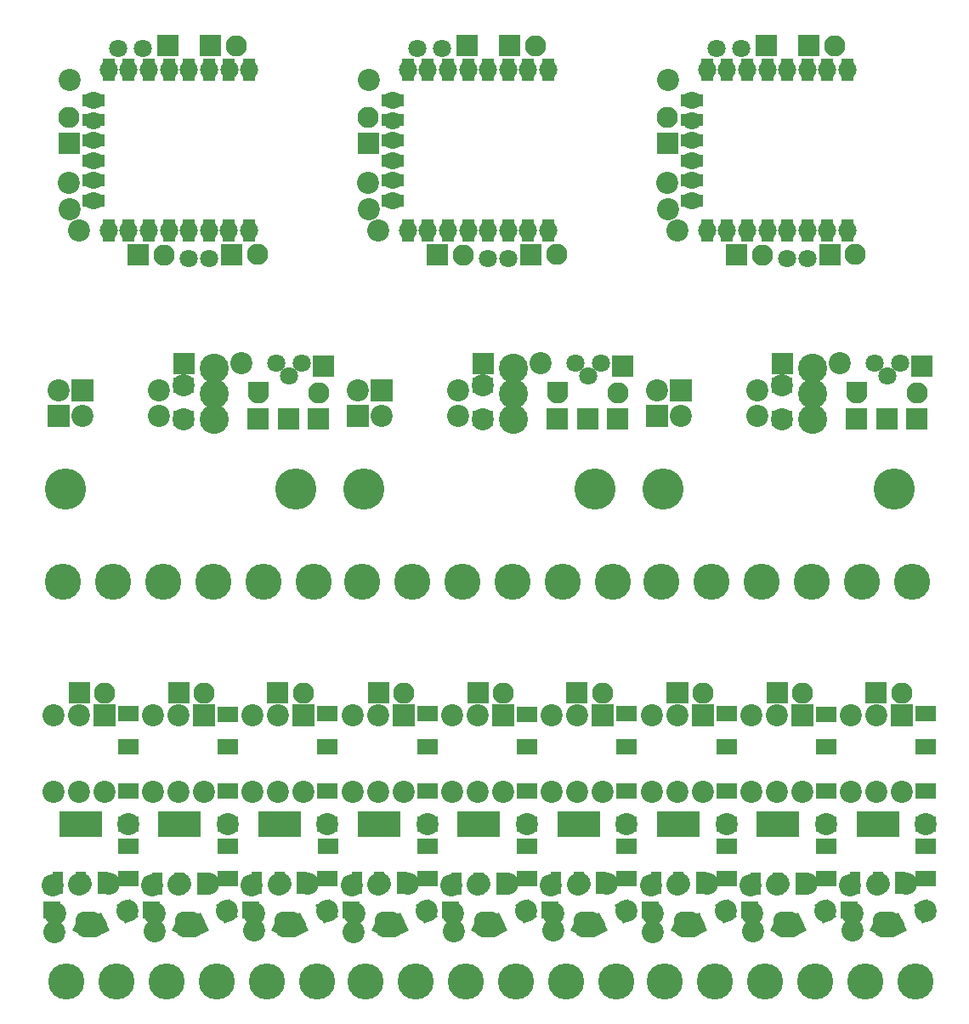
<source format=gbr>
%FSLAX34Y34*%
%MOMM*%
%LNSOLDERMASK_TOP*%
G71*
G01*
%ADD10R, 1.250X2.200*%
%ADD11R, 2.200X1.200*%
%ADD12C, 2.200*%
%ADD13C, 1.800*%
%ADD14C, 2.120*%
%ADD15C, 4.100*%
%ADD16C, 2.200*%
%ADD17C, 3.600*%
%ADD18R, 2.000X1.500*%
%ADD19C, 2.900*%
%ADD20C, 1.800*%
%ADD21R, 1.100X2.200*%
%ADD22R, 4.300X2.600*%
%ADD23C, 2.200*%
%ADD24R, 1.700X1.800*%
%ADD25R, 1.800X1.800*%
%ADD26C, 2.200*%
%ADD27C, 1.600*%
%LPD*%
X210700Y957600D02*
G54D10*
D03*
X190700Y957600D02*
G54D10*
D03*
X170700Y957600D02*
G54D10*
D03*
X150700Y957600D02*
G54D10*
D03*
X130700Y957600D02*
G54D10*
D03*
X110700Y957600D02*
G54D10*
D03*
X90700Y957600D02*
G54D10*
D03*
X70700Y957600D02*
G54D10*
D03*
X210700Y797600D02*
G54D10*
D03*
X190700Y797600D02*
G54D10*
D03*
X170700Y797600D02*
G54D10*
D03*
X150700Y797600D02*
G54D10*
D03*
X130700Y797600D02*
G54D10*
D03*
X110700Y797600D02*
G54D10*
D03*
X90700Y797600D02*
G54D10*
D03*
X70700Y797600D02*
G54D10*
D03*
X55700Y927600D02*
G54D11*
D03*
X55700Y907600D02*
G54D11*
D03*
X55700Y887600D02*
G54D11*
D03*
X55700Y867600D02*
G54D11*
D03*
X55700Y847600D02*
G54D11*
D03*
X55700Y827600D02*
G54D11*
D03*
X32022Y947422D02*
G54D12*
D03*
X31932Y819178D02*
G54D12*
D03*
X210739Y957395D02*
G54D13*
D03*
X190739Y957395D02*
G54D13*
D03*
X170739Y957395D02*
G54D13*
D03*
X150739Y957395D02*
G54D13*
D03*
X130739Y957395D02*
G54D13*
D03*
X110739Y957395D02*
G54D13*
D03*
X90739Y957395D02*
G54D13*
D03*
X70739Y957395D02*
G54D13*
D03*
X55739Y927395D02*
G54D13*
D03*
X55739Y907395D02*
G54D13*
D03*
X55739Y887395D02*
G54D13*
D03*
X55739Y867395D02*
G54D13*
D03*
X55739Y847395D02*
G54D13*
D03*
X55739Y827395D02*
G54D13*
D03*
X70700Y797600D02*
G54D13*
D03*
X90700Y797600D02*
G54D13*
D03*
X110700Y797600D02*
G54D13*
D03*
X130700Y797600D02*
G54D13*
D03*
X150700Y797600D02*
G54D13*
D03*
X170700Y797600D02*
G54D13*
D03*
X190700Y797600D02*
G54D13*
D03*
X210700Y797600D02*
G54D13*
D03*
X41100Y797700D02*
G54D12*
D03*
X31222Y844978D02*
G54D12*
D03*
G36*
X140616Y971095D02*
X119416Y971095D01*
X119416Y992295D01*
X140616Y992295D01*
X140616Y971095D01*
G37*
G36*
X20722Y874009D02*
X20722Y895209D01*
X41922Y895209D01*
X41922Y874009D01*
X20722Y874009D01*
G37*
X31322Y910009D02*
G54D14*
D03*
G36*
X161700Y992500D02*
X182900Y992500D01*
X182900Y971300D01*
X161700Y971300D01*
X161700Y992500D01*
G37*
X197700Y981900D02*
G54D14*
D03*
G36*
X89900Y784200D02*
X111100Y784200D01*
X111100Y763000D01*
X89900Y763000D01*
X89900Y784200D01*
G37*
X125900Y773600D02*
G54D14*
D03*
X104639Y979195D02*
G54D13*
D03*
X80639Y979195D02*
G54D13*
D03*
X150800Y770100D02*
G54D13*
D03*
X170800Y770100D02*
G54D13*
D03*
G36*
X182700Y784500D02*
X203900Y784500D01*
X203900Y763300D01*
X182700Y763300D01*
X182700Y784500D01*
G37*
X218700Y773900D02*
G54D14*
D03*
X27320Y540700D02*
G54D15*
D03*
X257320Y540700D02*
G54D15*
D03*
X27320Y540700D02*
G54D15*
D03*
X257320Y540700D02*
G54D15*
D03*
G36*
X33332Y649461D02*
X55332Y649461D01*
X55332Y627461D01*
X33332Y627461D01*
X33332Y649461D01*
G37*
X44332Y612961D02*
G54D16*
D03*
X120832Y638461D02*
G54D16*
D03*
X120832Y612961D02*
G54D16*
D03*
X20885Y638696D02*
G54D12*
D03*
G36*
X9885Y602296D02*
X9885Y624296D01*
X31885Y624296D01*
X31885Y602296D01*
X9885Y602296D01*
G37*
X202877Y665724D02*
G54D12*
D03*
X275380Y447700D02*
G54D17*
D03*
X225380Y447700D02*
G54D17*
D03*
X175380Y447700D02*
G54D17*
D03*
X125380Y447700D02*
G54D17*
D03*
X75400Y447700D02*
G54D17*
D03*
X25400Y447700D02*
G54D17*
D03*
X145647Y643473D02*
G54D18*
D03*
X145547Y610973D02*
G54D18*
D03*
X176001Y660403D02*
G54D19*
D03*
X176001Y635003D02*
G54D19*
D03*
X176001Y609603D02*
G54D19*
D03*
X176001Y660403D02*
G54D19*
D03*
X176001Y635003D02*
G54D19*
D03*
X176001Y609603D02*
G54D19*
D03*
X145547Y609973D02*
G54D12*
D03*
G36*
X269271Y599879D02*
X269271Y621079D01*
X290471Y621079D01*
X290471Y599879D01*
X269271Y599879D01*
G37*
X279871Y635879D02*
G54D14*
D03*
G36*
X209271Y599879D02*
X209271Y621079D01*
X230471Y621079D01*
X230471Y599879D01*
X209271Y599879D01*
G37*
X219871Y635879D02*
G54D14*
D03*
G36*
X135106Y675995D02*
X156306Y675995D01*
X156306Y654795D01*
X135106Y654795D01*
X135106Y675995D01*
G37*
X219871Y639879D02*
G54D18*
D03*
X219771Y607379D02*
G54D18*
D03*
X237600Y665550D02*
G54D20*
D03*
X250300Y652850D02*
G54D20*
D03*
X263000Y665550D02*
G54D20*
D03*
X237600Y665550D02*
G54D20*
D03*
X250300Y652850D02*
G54D20*
D03*
X263000Y665550D02*
G54D20*
D03*
X145647Y643473D02*
G54D12*
D03*
G36*
X239106Y620995D02*
X260306Y620995D01*
X260306Y599795D01*
X239106Y599795D01*
X239106Y620995D01*
G37*
G36*
X274106Y672995D02*
X295306Y672995D01*
X295306Y651795D01*
X274106Y651795D01*
X274106Y672995D01*
G37*
X278454Y50129D02*
G54D17*
D03*
X228454Y50129D02*
G54D17*
D03*
X178454Y50129D02*
G54D17*
D03*
X128454Y50129D02*
G54D17*
D03*
X20372Y148000D02*
G54D21*
D03*
X42572Y148000D02*
G54D21*
D03*
X64872Y148000D02*
G54D21*
D03*
X42572Y206800D02*
G54D22*
D03*
G36*
X14652Y129988D02*
X24349Y125465D01*
X16741Y109152D01*
X7044Y113674D01*
X14652Y129988D01*
G37*
G36*
X42203Y117140D02*
X51901Y112618D01*
X44294Y96304D01*
X34596Y100826D01*
X42203Y117140D01*
G37*
G36*
X77654Y303929D02*
X55654Y303929D01*
X55654Y325929D01*
X77654Y325929D01*
X77654Y303929D01*
G37*
X41254Y314929D02*
G54D23*
D03*
X15854Y314929D02*
G54D23*
D03*
X15854Y238729D02*
G54D23*
D03*
X41254Y238729D02*
G54D23*
D03*
X66654Y238729D02*
G54D23*
D03*
X90575Y207228D02*
G54D18*
D03*
X90675Y239729D02*
G54D18*
D03*
X90735Y184972D02*
G54D18*
D03*
X90635Y152472D02*
G54D18*
D03*
G36*
X49340Y112474D02*
X62934Y118813D01*
X71387Y100687D01*
X57792Y94348D01*
X49340Y112474D01*
G37*
G36*
X78837Y126118D02*
X92432Y132458D01*
X100884Y114331D01*
X87290Y107992D01*
X78837Y126118D01*
G37*
X14433Y121588D02*
G54D24*
D03*
X41685Y146764D02*
G54D12*
D03*
X15099Y146240D02*
G54D12*
D03*
X17196Y118170D02*
G54D12*
D03*
X89963Y120225D02*
G54D12*
D03*
X14999Y146240D02*
G54D25*
D03*
G54D26*
X43168Y147782D02*
X43362Y147954D01*
X70685Y147764D02*
G54D12*
D03*
X90229Y316557D02*
G54D18*
D03*
X90129Y284057D02*
G54D18*
D03*
X90575Y207228D02*
G54D12*
D03*
X78454Y50129D02*
G54D17*
D03*
X28454Y50129D02*
G54D17*
D03*
G54D27*
X46254Y102429D02*
X56211Y102429D01*
X60363Y106580D01*
X50902Y106580D01*
X45754Y111729D01*
X55215Y111729D01*
X60363Y106580D01*
X119397Y147872D02*
G54D21*
D03*
X141597Y147872D02*
G54D21*
D03*
X163897Y147872D02*
G54D21*
D03*
X141597Y206672D02*
G54D22*
D03*
G36*
X113677Y129861D02*
X123374Y125339D01*
X115766Y109025D01*
X106069Y113548D01*
X113677Y129861D01*
G37*
G36*
X141228Y117013D02*
X150926Y112491D01*
X143319Y96177D01*
X133621Y100699D01*
X141228Y117013D01*
G37*
G36*
X176679Y303800D02*
X154679Y303800D01*
X154679Y325800D01*
X176679Y325800D01*
X176679Y303800D01*
G37*
X140279Y314800D02*
G54D23*
D03*
X114879Y314800D02*
G54D23*
D03*
X114879Y238600D02*
G54D23*
D03*
X140279Y238600D02*
G54D23*
D03*
X165679Y238600D02*
G54D23*
D03*
X189600Y207100D02*
G54D18*
D03*
X189700Y239600D02*
G54D18*
D03*
X189760Y184844D02*
G54D18*
D03*
X189660Y152344D02*
G54D18*
D03*
G36*
X148364Y112345D02*
X161959Y118685D01*
X170411Y100558D01*
X156817Y94219D01*
X148364Y112345D01*
G37*
G36*
X177862Y125990D02*
X191456Y132329D01*
X199908Y114203D01*
X186314Y107863D01*
X177862Y125990D01*
G37*
X113458Y121459D02*
G54D24*
D03*
X140710Y146636D02*
G54D12*
D03*
X114124Y146111D02*
G54D12*
D03*
X116222Y118042D02*
G54D12*
D03*
X188988Y120096D02*
G54D12*
D03*
X114024Y146111D02*
G54D25*
D03*
G54D26*
X142193Y147653D02*
X142387Y147826D01*
X169710Y147636D02*
G54D12*
D03*
X189254Y316429D02*
G54D18*
D03*
X189154Y283929D02*
G54D18*
D03*
X189600Y207100D02*
G54D12*
D03*
G54D27*
X145279Y102300D02*
X155236Y102300D01*
X159388Y106452D01*
X149927Y106452D01*
X144779Y111600D01*
X154240Y111600D01*
X159388Y106452D01*
X218597Y147972D02*
G54D21*
D03*
X240797Y147972D02*
G54D21*
D03*
X263097Y147972D02*
G54D21*
D03*
X240797Y206772D02*
G54D22*
D03*
G36*
X212877Y129959D02*
X222574Y125437D01*
X214966Y109124D01*
X205269Y113646D01*
X212877Y129959D01*
G37*
G36*
X240428Y117112D02*
X250125Y112590D01*
X242519Y96276D01*
X232821Y100798D01*
X240428Y117112D01*
G37*
G36*
X275879Y303900D02*
X253879Y303900D01*
X253879Y325900D01*
X275879Y325900D01*
X275879Y303900D01*
G37*
X239479Y314900D02*
G54D23*
D03*
X214079Y314900D02*
G54D23*
D03*
X214079Y238700D02*
G54D23*
D03*
X239479Y238700D02*
G54D23*
D03*
X264879Y238700D02*
G54D23*
D03*
X288800Y207200D02*
G54D18*
D03*
X288900Y239700D02*
G54D18*
D03*
X288960Y184944D02*
G54D18*
D03*
X288860Y152444D02*
G54D18*
D03*
G36*
X247564Y112445D02*
X261159Y118784D01*
X269611Y100658D01*
X256017Y94319D01*
X247564Y112445D01*
G37*
G36*
X277062Y126090D02*
X290656Y132429D01*
X299108Y114303D01*
X285514Y107963D01*
X277062Y126090D01*
G37*
X212658Y121559D02*
G54D24*
D03*
X239910Y146736D02*
G54D12*
D03*
X213324Y146211D02*
G54D12*
D03*
X215422Y118142D02*
G54D12*
D03*
X288188Y120196D02*
G54D12*
D03*
X213224Y146211D02*
G54D25*
D03*
G54D26*
X241393Y147753D02*
X241587Y147926D01*
X268910Y147736D02*
G54D12*
D03*
X288454Y316529D02*
G54D18*
D03*
X288354Y284029D02*
G54D18*
D03*
X288800Y207200D02*
G54D12*
D03*
G54D27*
X244479Y102400D02*
X254436Y102400D01*
X258588Y106552D01*
X249127Y106552D01*
X243979Y111700D01*
X253440Y111700D01*
X258588Y106552D01*
X16675Y99507D02*
G54D12*
D03*
X116975Y100207D02*
G54D12*
D03*
X215775Y100607D02*
G54D12*
D03*
G36*
X30754Y347929D02*
X51954Y347929D01*
X51954Y326729D01*
X30754Y326729D01*
X30754Y347929D01*
G37*
X66754Y337329D02*
G54D14*
D03*
G36*
X129854Y347929D02*
X151054Y347929D01*
X151054Y326729D01*
X129854Y326729D01*
X129854Y347929D01*
G37*
X165854Y337329D02*
G54D14*
D03*
G36*
X228754Y347929D02*
X249954Y347929D01*
X249954Y326729D01*
X228754Y326729D01*
X228754Y347929D01*
G37*
X264754Y337329D02*
G54D14*
D03*
X508700Y957600D02*
G54D10*
D03*
X488700Y957600D02*
G54D10*
D03*
X468700Y957600D02*
G54D10*
D03*
X448700Y957600D02*
G54D10*
D03*
X428700Y957600D02*
G54D10*
D03*
X408700Y957600D02*
G54D10*
D03*
X388700Y957600D02*
G54D10*
D03*
X368700Y957600D02*
G54D10*
D03*
X508700Y797600D02*
G54D10*
D03*
X488700Y797600D02*
G54D10*
D03*
X468700Y797600D02*
G54D10*
D03*
X448700Y797600D02*
G54D10*
D03*
X428700Y797600D02*
G54D10*
D03*
X408700Y797600D02*
G54D10*
D03*
X388700Y797600D02*
G54D10*
D03*
X368700Y797600D02*
G54D10*
D03*
X353700Y927600D02*
G54D11*
D03*
X353700Y907600D02*
G54D11*
D03*
X353700Y887600D02*
G54D11*
D03*
X353700Y867600D02*
G54D11*
D03*
X353700Y847600D02*
G54D11*
D03*
X353700Y827600D02*
G54D11*
D03*
X330022Y947422D02*
G54D12*
D03*
X329932Y819178D02*
G54D12*
D03*
X508739Y957395D02*
G54D13*
D03*
X488739Y957395D02*
G54D13*
D03*
X468739Y957395D02*
G54D13*
D03*
X448739Y957395D02*
G54D13*
D03*
X428739Y957395D02*
G54D13*
D03*
X408739Y957395D02*
G54D13*
D03*
X388739Y957395D02*
G54D13*
D03*
X368739Y957395D02*
G54D13*
D03*
X353739Y927395D02*
G54D13*
D03*
X353739Y907395D02*
G54D13*
D03*
X353739Y887395D02*
G54D13*
D03*
X353739Y867395D02*
G54D13*
D03*
X353739Y847395D02*
G54D13*
D03*
X353739Y827395D02*
G54D13*
D03*
X368700Y797600D02*
G54D13*
D03*
X388700Y797600D02*
G54D13*
D03*
X408700Y797600D02*
G54D13*
D03*
X428700Y797600D02*
G54D13*
D03*
X448700Y797600D02*
G54D13*
D03*
X468700Y797600D02*
G54D13*
D03*
X488700Y797600D02*
G54D13*
D03*
X508700Y797600D02*
G54D13*
D03*
X339100Y797700D02*
G54D12*
D03*
X329222Y844978D02*
G54D12*
D03*
G36*
X438616Y971095D02*
X417416Y971095D01*
X417416Y992295D01*
X438616Y992295D01*
X438616Y971095D01*
G37*
G36*
X318722Y874009D02*
X318722Y895209D01*
X339922Y895209D01*
X339922Y874009D01*
X318722Y874009D01*
G37*
X329322Y910009D02*
G54D14*
D03*
G36*
X459700Y992500D02*
X480900Y992500D01*
X480900Y971300D01*
X459700Y971300D01*
X459700Y992500D01*
G37*
X495700Y981900D02*
G54D14*
D03*
G36*
X387900Y784200D02*
X409100Y784200D01*
X409100Y763000D01*
X387900Y763000D01*
X387900Y784200D01*
G37*
X423900Y773600D02*
G54D14*
D03*
X402639Y979195D02*
G54D13*
D03*
X378639Y979195D02*
G54D13*
D03*
X448800Y770100D02*
G54D13*
D03*
X468800Y770100D02*
G54D13*
D03*
G36*
X480700Y784500D02*
X501900Y784500D01*
X501900Y763300D01*
X480700Y763300D01*
X480700Y784500D01*
G37*
X516700Y773900D02*
G54D14*
D03*
X325320Y540700D02*
G54D15*
D03*
X555320Y540700D02*
G54D15*
D03*
X325320Y540700D02*
G54D15*
D03*
X555320Y540700D02*
G54D15*
D03*
G36*
X331332Y649461D02*
X353332Y649461D01*
X353332Y627461D01*
X331332Y627461D01*
X331332Y649461D01*
G37*
X342332Y612961D02*
G54D16*
D03*
X418832Y638461D02*
G54D16*
D03*
X418832Y612961D02*
G54D16*
D03*
X318885Y638696D02*
G54D12*
D03*
G36*
X307885Y602296D02*
X307885Y624296D01*
X329885Y624296D01*
X329885Y602296D01*
X307885Y602296D01*
G37*
X500877Y665724D02*
G54D12*
D03*
X573380Y447700D02*
G54D17*
D03*
X523380Y447700D02*
G54D17*
D03*
X473380Y447700D02*
G54D17*
D03*
X423380Y447700D02*
G54D17*
D03*
X373400Y447700D02*
G54D17*
D03*
X323400Y447700D02*
G54D17*
D03*
X443647Y643473D02*
G54D18*
D03*
X443547Y610973D02*
G54D18*
D03*
X474001Y660403D02*
G54D19*
D03*
X474001Y635003D02*
G54D19*
D03*
X474001Y609603D02*
G54D19*
D03*
X474001Y660403D02*
G54D19*
D03*
X474001Y635003D02*
G54D19*
D03*
X474001Y609603D02*
G54D19*
D03*
X443547Y609973D02*
G54D12*
D03*
G36*
X567271Y599879D02*
X567271Y621079D01*
X588471Y621079D01*
X588471Y599879D01*
X567271Y599879D01*
G37*
X577871Y635879D02*
G54D14*
D03*
G36*
X507271Y599879D02*
X507271Y621079D01*
X528471Y621079D01*
X528471Y599879D01*
X507271Y599879D01*
G37*
X517871Y635879D02*
G54D14*
D03*
G36*
X433106Y675995D02*
X454306Y675995D01*
X454306Y654795D01*
X433106Y654795D01*
X433106Y675995D01*
G37*
X517871Y639879D02*
G54D18*
D03*
X517771Y607379D02*
G54D18*
D03*
X535600Y665550D02*
G54D20*
D03*
X548300Y652850D02*
G54D20*
D03*
X561000Y665550D02*
G54D20*
D03*
X535600Y665550D02*
G54D20*
D03*
X548300Y652850D02*
G54D20*
D03*
X561000Y665550D02*
G54D20*
D03*
X443647Y643473D02*
G54D12*
D03*
G36*
X537106Y620995D02*
X558306Y620995D01*
X558306Y599795D01*
X537106Y599795D01*
X537106Y620995D01*
G37*
G36*
X572106Y672995D02*
X593306Y672995D01*
X593306Y651795D01*
X572106Y651795D01*
X572106Y672995D01*
G37*
X576454Y50129D02*
G54D17*
D03*
X526454Y50129D02*
G54D17*
D03*
X476454Y50129D02*
G54D17*
D03*
X426454Y50129D02*
G54D17*
D03*
X318372Y148000D02*
G54D21*
D03*
X340572Y148000D02*
G54D21*
D03*
X362872Y148000D02*
G54D21*
D03*
X340572Y206800D02*
G54D22*
D03*
G36*
X312652Y129988D02*
X322349Y125465D01*
X314741Y109152D01*
X305044Y113674D01*
X312652Y129988D01*
G37*
G36*
X340203Y117140D02*
X349901Y112618D01*
X342294Y96304D01*
X332596Y100826D01*
X340203Y117140D01*
G37*
G36*
X375654Y303929D02*
X353654Y303929D01*
X353654Y325929D01*
X375654Y325929D01*
X375654Y303929D01*
G37*
X339254Y314929D02*
G54D23*
D03*
X313854Y314929D02*
G54D23*
D03*
X313854Y238729D02*
G54D23*
D03*
X339254Y238729D02*
G54D23*
D03*
X364654Y238729D02*
G54D23*
D03*
X388575Y207228D02*
G54D18*
D03*
X388675Y239729D02*
G54D18*
D03*
X388735Y184972D02*
G54D18*
D03*
X388635Y152472D02*
G54D18*
D03*
G36*
X347340Y112474D02*
X360934Y118813D01*
X369387Y100687D01*
X355792Y94348D01*
X347340Y112474D01*
G37*
G36*
X376837Y126118D02*
X390432Y132458D01*
X398884Y114331D01*
X385290Y107992D01*
X376837Y126118D01*
G37*
X312433Y121588D02*
G54D24*
D03*
X339685Y146764D02*
G54D12*
D03*
X313099Y146240D02*
G54D12*
D03*
X315196Y118170D02*
G54D12*
D03*
X387963Y120225D02*
G54D12*
D03*
X312999Y146240D02*
G54D25*
D03*
G54D26*
X341168Y147782D02*
X341362Y147954D01*
X368685Y147764D02*
G54D12*
D03*
X388229Y316557D02*
G54D18*
D03*
X388129Y284057D02*
G54D18*
D03*
X388575Y207228D02*
G54D12*
D03*
X376454Y50129D02*
G54D17*
D03*
X326454Y50129D02*
G54D17*
D03*
G54D27*
X344254Y102429D02*
X354211Y102429D01*
X358363Y106580D01*
X348902Y106580D01*
X343754Y111729D01*
X353215Y111729D01*
X358363Y106580D01*
X417397Y147872D02*
G54D21*
D03*
X439597Y147872D02*
G54D21*
D03*
X461897Y147872D02*
G54D21*
D03*
X439597Y206672D02*
G54D22*
D03*
G36*
X411677Y129861D02*
X421374Y125339D01*
X413766Y109025D01*
X404069Y113548D01*
X411677Y129861D01*
G37*
G36*
X439228Y117013D02*
X448926Y112491D01*
X441319Y96177D01*
X431621Y100699D01*
X439228Y117013D01*
G37*
G36*
X474679Y303800D02*
X452679Y303800D01*
X452679Y325800D01*
X474679Y325800D01*
X474679Y303800D01*
G37*
X438279Y314800D02*
G54D23*
D03*
X412879Y314800D02*
G54D23*
D03*
X412879Y238600D02*
G54D23*
D03*
X438279Y238600D02*
G54D23*
D03*
X463679Y238600D02*
G54D23*
D03*
X487600Y207100D02*
G54D18*
D03*
X487700Y239600D02*
G54D18*
D03*
X487760Y184844D02*
G54D18*
D03*
X487660Y152344D02*
G54D18*
D03*
G36*
X446364Y112345D02*
X459959Y118685D01*
X468411Y100558D01*
X454817Y94219D01*
X446364Y112345D01*
G37*
G36*
X475862Y125990D02*
X489456Y132329D01*
X497909Y114203D01*
X484314Y107863D01*
X475862Y125990D01*
G37*
X411458Y121459D02*
G54D24*
D03*
X438710Y146636D02*
G54D12*
D03*
X412124Y146111D02*
G54D12*
D03*
X414222Y118042D02*
G54D12*
D03*
X486988Y120096D02*
G54D12*
D03*
X412024Y146111D02*
G54D25*
D03*
G54D26*
X440193Y147653D02*
X440387Y147826D01*
X467710Y147636D02*
G54D12*
D03*
X487254Y316429D02*
G54D18*
D03*
X487154Y283929D02*
G54D18*
D03*
X487600Y207100D02*
G54D12*
D03*
G54D27*
X443279Y102300D02*
X453236Y102300D01*
X457388Y106452D01*
X447927Y106452D01*
X442779Y111600D01*
X452240Y111600D01*
X457388Y106452D01*
X516597Y147972D02*
G54D21*
D03*
X538797Y147972D02*
G54D21*
D03*
X561097Y147972D02*
G54D21*
D03*
X538797Y206772D02*
G54D22*
D03*
G36*
X510877Y129959D02*
X520574Y125437D01*
X512966Y109124D01*
X503269Y113646D01*
X510877Y129959D01*
G37*
G36*
X538428Y117112D02*
X548126Y112590D01*
X540519Y96276D01*
X530821Y100798D01*
X538428Y117112D01*
G37*
G36*
X573879Y303900D02*
X551879Y303900D01*
X551879Y325900D01*
X573879Y325900D01*
X573879Y303900D01*
G37*
X537479Y314900D02*
G54D23*
D03*
X512079Y314900D02*
G54D23*
D03*
X512079Y238700D02*
G54D23*
D03*
X537479Y238700D02*
G54D23*
D03*
X562879Y238700D02*
G54D23*
D03*
X586800Y207200D02*
G54D18*
D03*
X586900Y239700D02*
G54D18*
D03*
X586960Y184944D02*
G54D18*
D03*
X586860Y152444D02*
G54D18*
D03*
G36*
X545564Y112445D02*
X559159Y118784D01*
X567611Y100658D01*
X554017Y94319D01*
X545564Y112445D01*
G37*
G36*
X575062Y126090D02*
X588656Y132429D01*
X597108Y114303D01*
X583514Y107963D01*
X575062Y126090D01*
G37*
X510658Y121559D02*
G54D24*
D03*
X537910Y146736D02*
G54D12*
D03*
X511324Y146211D02*
G54D12*
D03*
X513422Y118142D02*
G54D12*
D03*
X586188Y120196D02*
G54D12*
D03*
X511224Y146211D02*
G54D25*
D03*
G54D26*
X539393Y147753D02*
X539587Y147926D01*
X566910Y147736D02*
G54D12*
D03*
X586454Y316529D02*
G54D18*
D03*
X586354Y284029D02*
G54D18*
D03*
X586800Y207200D02*
G54D12*
D03*
G54D27*
X542479Y102400D02*
X552436Y102400D01*
X556588Y106552D01*
X547127Y106552D01*
X541979Y111700D01*
X551440Y111700D01*
X556588Y106552D01*
X314675Y99507D02*
G54D12*
D03*
X414975Y100207D02*
G54D12*
D03*
X513775Y100607D02*
G54D12*
D03*
G36*
X328754Y347929D02*
X349954Y347929D01*
X349954Y326729D01*
X328754Y326729D01*
X328754Y347929D01*
G37*
X364754Y337329D02*
G54D14*
D03*
G36*
X427854Y347929D02*
X449054Y347929D01*
X449054Y326729D01*
X427854Y326729D01*
X427854Y347929D01*
G37*
X463854Y337329D02*
G54D14*
D03*
G36*
X526754Y347929D02*
X547954Y347929D01*
X547954Y326729D01*
X526754Y326729D01*
X526754Y347929D01*
G37*
X562754Y337329D02*
G54D14*
D03*
X806700Y957600D02*
G54D10*
D03*
X786700Y957600D02*
G54D10*
D03*
X766700Y957600D02*
G54D10*
D03*
X746700Y957600D02*
G54D10*
D03*
X726700Y957600D02*
G54D10*
D03*
X706700Y957600D02*
G54D10*
D03*
X686700Y957600D02*
G54D10*
D03*
X666700Y957600D02*
G54D10*
D03*
X806700Y797600D02*
G54D10*
D03*
X786700Y797600D02*
G54D10*
D03*
X766700Y797600D02*
G54D10*
D03*
X746700Y797600D02*
G54D10*
D03*
X726700Y797600D02*
G54D10*
D03*
X706700Y797600D02*
G54D10*
D03*
X686700Y797600D02*
G54D10*
D03*
X666700Y797600D02*
G54D10*
D03*
X651700Y927600D02*
G54D11*
D03*
X651700Y907600D02*
G54D11*
D03*
X651700Y887600D02*
G54D11*
D03*
X651700Y867600D02*
G54D11*
D03*
X651700Y847600D02*
G54D11*
D03*
X651700Y827600D02*
G54D11*
D03*
X628022Y947422D02*
G54D12*
D03*
X627932Y819178D02*
G54D12*
D03*
X806739Y957395D02*
G54D13*
D03*
X786739Y957395D02*
G54D13*
D03*
X766739Y957395D02*
G54D13*
D03*
X746739Y957395D02*
G54D13*
D03*
X726739Y957395D02*
G54D13*
D03*
X706739Y957395D02*
G54D13*
D03*
X686739Y957395D02*
G54D13*
D03*
X666739Y957395D02*
G54D13*
D03*
X651739Y927395D02*
G54D13*
D03*
X651739Y907395D02*
G54D13*
D03*
X651739Y887395D02*
G54D13*
D03*
X651739Y867395D02*
G54D13*
D03*
X651739Y847395D02*
G54D13*
D03*
X651739Y827395D02*
G54D13*
D03*
X666700Y797600D02*
G54D13*
D03*
X686700Y797600D02*
G54D13*
D03*
X706700Y797600D02*
G54D13*
D03*
X726700Y797600D02*
G54D13*
D03*
X746700Y797600D02*
G54D13*
D03*
X766700Y797600D02*
G54D13*
D03*
X786700Y797600D02*
G54D13*
D03*
X806700Y797600D02*
G54D13*
D03*
X637100Y797700D02*
G54D12*
D03*
X627222Y844978D02*
G54D12*
D03*
G36*
X736616Y971095D02*
X715416Y971095D01*
X715416Y992295D01*
X736616Y992295D01*
X736616Y971095D01*
G37*
G36*
X616722Y874009D02*
X616722Y895209D01*
X637922Y895209D01*
X637922Y874009D01*
X616722Y874009D01*
G37*
X627322Y910009D02*
G54D14*
D03*
G36*
X757700Y992500D02*
X778900Y992500D01*
X778900Y971300D01*
X757700Y971300D01*
X757700Y992500D01*
G37*
X793700Y981900D02*
G54D14*
D03*
G36*
X685900Y784200D02*
X707100Y784200D01*
X707100Y763000D01*
X685900Y763000D01*
X685900Y784200D01*
G37*
X721900Y773600D02*
G54D14*
D03*
X700639Y979195D02*
G54D13*
D03*
X676639Y979195D02*
G54D13*
D03*
X746800Y770100D02*
G54D13*
D03*
X766800Y770100D02*
G54D13*
D03*
G36*
X778700Y784500D02*
X799900Y784500D01*
X799900Y763300D01*
X778700Y763300D01*
X778700Y784500D01*
G37*
X814700Y773900D02*
G54D14*
D03*
X623320Y540700D02*
G54D15*
D03*
X853320Y540700D02*
G54D15*
D03*
X623320Y540700D02*
G54D15*
D03*
X853320Y540700D02*
G54D15*
D03*
G36*
X629332Y649461D02*
X651332Y649461D01*
X651332Y627461D01*
X629332Y627461D01*
X629332Y649461D01*
G37*
X640332Y612961D02*
G54D16*
D03*
X716832Y638461D02*
G54D16*
D03*
X716832Y612961D02*
G54D16*
D03*
X616885Y638696D02*
G54D12*
D03*
G36*
X605885Y602296D02*
X605885Y624296D01*
X627885Y624296D01*
X627885Y602296D01*
X605885Y602296D01*
G37*
X798877Y665724D02*
G54D12*
D03*
X871380Y447700D02*
G54D17*
D03*
X821380Y447700D02*
G54D17*
D03*
X771380Y447700D02*
G54D17*
D03*
X721380Y447700D02*
G54D17*
D03*
X671400Y447700D02*
G54D17*
D03*
X621400Y447700D02*
G54D17*
D03*
X741647Y643473D02*
G54D18*
D03*
X741547Y610973D02*
G54D18*
D03*
X772001Y660403D02*
G54D19*
D03*
X772001Y635003D02*
G54D19*
D03*
X772001Y609603D02*
G54D19*
D03*
X772001Y660403D02*
G54D19*
D03*
X772001Y635003D02*
G54D19*
D03*
X772001Y609603D02*
G54D19*
D03*
X741547Y609973D02*
G54D12*
D03*
G36*
X865271Y599879D02*
X865271Y621079D01*
X886471Y621079D01*
X886471Y599879D01*
X865271Y599879D01*
G37*
X875871Y635879D02*
G54D14*
D03*
G36*
X805271Y599879D02*
X805271Y621079D01*
X826471Y621079D01*
X826471Y599879D01*
X805271Y599879D01*
G37*
X815871Y635879D02*
G54D14*
D03*
G36*
X731106Y675995D02*
X752306Y675995D01*
X752306Y654795D01*
X731106Y654795D01*
X731106Y675995D01*
G37*
X815871Y639879D02*
G54D18*
D03*
X815771Y607379D02*
G54D18*
D03*
X833600Y665550D02*
G54D20*
D03*
X846300Y652850D02*
G54D20*
D03*
X859000Y665550D02*
G54D20*
D03*
X833600Y665550D02*
G54D20*
D03*
X846300Y652850D02*
G54D20*
D03*
X859000Y665550D02*
G54D20*
D03*
X741647Y643473D02*
G54D12*
D03*
G36*
X835106Y620995D02*
X856306Y620995D01*
X856306Y599795D01*
X835106Y599795D01*
X835106Y620995D01*
G37*
G36*
X870106Y672995D02*
X891306Y672995D01*
X891306Y651795D01*
X870106Y651795D01*
X870106Y672995D01*
G37*
X874454Y50129D02*
G54D17*
D03*
X824454Y50129D02*
G54D17*
D03*
X774454Y50129D02*
G54D17*
D03*
X724454Y50129D02*
G54D17*
D03*
X616372Y148000D02*
G54D21*
D03*
X638572Y148000D02*
G54D21*
D03*
X660872Y148000D02*
G54D21*
D03*
X638572Y206800D02*
G54D22*
D03*
G36*
X610652Y129988D02*
X620349Y125465D01*
X612741Y109152D01*
X603044Y113674D01*
X610652Y129988D01*
G37*
G36*
X638203Y117140D02*
X647901Y112618D01*
X640294Y96304D01*
X630596Y100826D01*
X638203Y117140D01*
G37*
G36*
X673654Y303929D02*
X651654Y303929D01*
X651654Y325929D01*
X673654Y325929D01*
X673654Y303929D01*
G37*
X637254Y314929D02*
G54D23*
D03*
X611854Y314929D02*
G54D23*
D03*
X611854Y238729D02*
G54D23*
D03*
X637254Y238729D02*
G54D23*
D03*
X662654Y238729D02*
G54D23*
D03*
X686575Y207228D02*
G54D18*
D03*
X686675Y239729D02*
G54D18*
D03*
X686735Y184972D02*
G54D18*
D03*
X686635Y152472D02*
G54D18*
D03*
G36*
X645340Y112474D02*
X658934Y118813D01*
X667387Y100687D01*
X653792Y94348D01*
X645340Y112474D01*
G37*
G36*
X674837Y126118D02*
X688432Y132458D01*
X696884Y114331D01*
X683290Y107992D01*
X674837Y126118D01*
G37*
X610433Y121588D02*
G54D24*
D03*
X637685Y146764D02*
G54D12*
D03*
X611099Y146240D02*
G54D12*
D03*
X613196Y118170D02*
G54D12*
D03*
X685963Y120225D02*
G54D12*
D03*
X610999Y146240D02*
G54D25*
D03*
G54D26*
X639168Y147782D02*
X639362Y147954D01*
X666685Y147764D02*
G54D12*
D03*
X686229Y316557D02*
G54D18*
D03*
X686129Y284057D02*
G54D18*
D03*
X686575Y207228D02*
G54D12*
D03*
X674454Y50129D02*
G54D17*
D03*
X624454Y50129D02*
G54D17*
D03*
G54D27*
X642254Y102429D02*
X652211Y102429D01*
X656363Y106580D01*
X646902Y106580D01*
X641754Y111729D01*
X651215Y111729D01*
X656363Y106580D01*
X715397Y147872D02*
G54D21*
D03*
X737597Y147872D02*
G54D21*
D03*
X759897Y147872D02*
G54D21*
D03*
X737597Y206672D02*
G54D22*
D03*
G36*
X709676Y129861D02*
X719374Y125339D01*
X711766Y109025D01*
X702069Y113548D01*
X709676Y129861D01*
G37*
G36*
X737228Y117013D02*
X746926Y112491D01*
X739319Y96177D01*
X729621Y100699D01*
X737228Y117013D01*
G37*
G36*
X772679Y303800D02*
X750679Y303800D01*
X750679Y325800D01*
X772679Y325800D01*
X772679Y303800D01*
G37*
X736279Y314800D02*
G54D23*
D03*
X710879Y314800D02*
G54D23*
D03*
X710879Y238600D02*
G54D23*
D03*
X736279Y238600D02*
G54D23*
D03*
X761679Y238600D02*
G54D23*
D03*
X785600Y207100D02*
G54D18*
D03*
X785700Y239600D02*
G54D18*
D03*
X785760Y184844D02*
G54D18*
D03*
X785660Y152344D02*
G54D18*
D03*
G36*
X744364Y112345D02*
X757959Y118685D01*
X766411Y100558D01*
X752817Y94219D01*
X744364Y112345D01*
G37*
G36*
X773862Y125990D02*
X787456Y132329D01*
X795908Y114203D01*
X782314Y107863D01*
X773862Y125990D01*
G37*
X709458Y121459D02*
G54D24*
D03*
X736710Y146636D02*
G54D12*
D03*
X710124Y146111D02*
G54D12*
D03*
X712222Y118042D02*
G54D12*
D03*
X784988Y120096D02*
G54D12*
D03*
X710024Y146111D02*
G54D25*
D03*
G54D26*
X738193Y147653D02*
X738387Y147826D01*
X765710Y147636D02*
G54D12*
D03*
X785254Y316429D02*
G54D18*
D03*
X785154Y283929D02*
G54D18*
D03*
X785600Y207100D02*
G54D12*
D03*
G54D27*
X741279Y102300D02*
X751236Y102300D01*
X755388Y106452D01*
X745927Y106452D01*
X740779Y111600D01*
X750240Y111600D01*
X755388Y106452D01*
X814597Y147972D02*
G54D21*
D03*
X836797Y147972D02*
G54D21*
D03*
X859097Y147972D02*
G54D21*
D03*
X836797Y206772D02*
G54D22*
D03*
G36*
X808877Y129959D02*
X818574Y125437D01*
X810966Y109124D01*
X801269Y113646D01*
X808877Y129959D01*
G37*
G36*
X836428Y117112D02*
X846126Y112590D01*
X838519Y96276D01*
X828821Y100798D01*
X836428Y117112D01*
G37*
G36*
X871879Y303900D02*
X849879Y303900D01*
X849879Y325900D01*
X871879Y325900D01*
X871879Y303900D01*
G37*
X835479Y314900D02*
G54D23*
D03*
X810079Y314900D02*
G54D23*
D03*
X810079Y238700D02*
G54D23*
D03*
X835479Y238700D02*
G54D23*
D03*
X860879Y238700D02*
G54D23*
D03*
X884800Y207200D02*
G54D18*
D03*
X884900Y239700D02*
G54D18*
D03*
X884960Y184944D02*
G54D18*
D03*
X884860Y152444D02*
G54D18*
D03*
G36*
X843564Y112445D02*
X857159Y118784D01*
X865611Y100658D01*
X852017Y94319D01*
X843564Y112445D01*
G37*
G36*
X873062Y126090D02*
X886656Y132429D01*
X895108Y114303D01*
X881514Y107963D01*
X873062Y126090D01*
G37*
X808658Y121559D02*
G54D24*
D03*
X835910Y146736D02*
G54D12*
D03*
X809324Y146211D02*
G54D12*
D03*
X811422Y118142D02*
G54D12*
D03*
X884188Y120196D02*
G54D12*
D03*
X809224Y146211D02*
G54D25*
D03*
G54D26*
X837393Y147753D02*
X837587Y147926D01*
X864910Y147736D02*
G54D12*
D03*
X884454Y316529D02*
G54D18*
D03*
X884354Y284029D02*
G54D18*
D03*
X884800Y207200D02*
G54D12*
D03*
G54D27*
X840479Y102400D02*
X850436Y102400D01*
X854588Y106552D01*
X845127Y106552D01*
X839979Y111700D01*
X849440Y111700D01*
X854588Y106552D01*
X612675Y99507D02*
G54D12*
D03*
X712975Y100207D02*
G54D12*
D03*
X811775Y100607D02*
G54D12*
D03*
G36*
X626754Y347929D02*
X647954Y347929D01*
X647954Y326729D01*
X626754Y326729D01*
X626754Y347929D01*
G37*
X662754Y337329D02*
G54D14*
D03*
G36*
X725854Y347929D02*
X747054Y347929D01*
X747054Y326729D01*
X725854Y326729D01*
X725854Y347929D01*
G37*
X761854Y337329D02*
G54D14*
D03*
G36*
X824754Y347929D02*
X845954Y347929D01*
X845954Y326729D01*
X824754Y326729D01*
X824754Y347929D01*
G37*
X860754Y337329D02*
G54D14*
D03*
M02*

</source>
